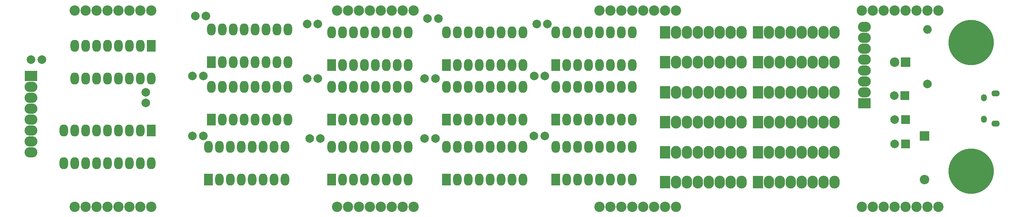
<source format=gbs>
G04 #@! TF.GenerationSoftware,KiCad,Pcbnew,no-vcs-found-9992a07~58~ubuntu16.04.1*
G04 #@! TF.CreationDate,2017-04-23T16:15:32+03:00*
G04 #@! TF.ProjectId,ND-01,4E442D30312E6B696361645F70636200,rev?*
G04 #@! TF.FileFunction,Soldermask,Bot*
G04 #@! TF.FilePolarity,Negative*
%FSLAX46Y46*%
G04 Gerber Fmt 4.6, Leading zero omitted, Abs format (unit mm)*
G04 Created by KiCad (PCBNEW no-vcs-found-9992a07~58~ubuntu16.04.1) date Sun Apr 23 16:15:32 2017*
%MOMM*%
%LPD*%
G01*
G04 APERTURE LIST*
%ADD10C,0.100000*%
%ADD11O,2.000000X2.800000*%
%ADD12R,2.000000X2.800000*%
%ADD13C,10.560000*%
%ADD14R,2.200000X2.200000*%
%ADD15C,2.200000*%
%ADD16C,2.400000*%
%ADD17R,2.000000X2.000000*%
%ADD18C,2.000000*%
%ADD19O,2.400000X3.000000*%
%ADD20R,2.400000X3.000000*%
%ADD21R,3.000000X2.400000*%
%ADD22O,3.000000X2.400000*%
%ADD23O,2.200000X2.200000*%
%ADD24O,2.000000X2.000000*%
%ADD25O,1.950000X1.400000*%
%ADD26O,1.350000X1.650000*%
G04 APERTURE END LIST*
D10*
D11*
X161925000Y-91440000D03*
X179705000Y-99060000D03*
X164465000Y-91440000D03*
X177165000Y-99060000D03*
X167005000Y-91440000D03*
X174625000Y-99060000D03*
X169545000Y-91440000D03*
X172085000Y-99060000D03*
X172085000Y-91440000D03*
X169545000Y-99060000D03*
X174625000Y-91440000D03*
X167005000Y-99060000D03*
X177165000Y-91440000D03*
X164465000Y-99060000D03*
X179705000Y-91440000D03*
D12*
X161925000Y-99060000D03*
D11*
X161925000Y-105410000D03*
X179705000Y-113030000D03*
X164465000Y-105410000D03*
X177165000Y-113030000D03*
X167005000Y-105410000D03*
X174625000Y-113030000D03*
X169545000Y-105410000D03*
X172085000Y-113030000D03*
X172085000Y-105410000D03*
X169545000Y-113030000D03*
X174625000Y-105410000D03*
X167005000Y-113030000D03*
X177165000Y-105410000D03*
X164465000Y-113030000D03*
X179705000Y-105410000D03*
D12*
X161925000Y-113030000D03*
D13*
X258445000Y-111125000D03*
X258445000Y-81155000D03*
D12*
X109855000Y-99060000D03*
D11*
X127635000Y-91440000D03*
X112395000Y-99060000D03*
X125095000Y-91440000D03*
X114935000Y-99060000D03*
X122555000Y-91440000D03*
X117475000Y-99060000D03*
X120015000Y-91440000D03*
X120015000Y-99060000D03*
X117475000Y-91440000D03*
X122555000Y-99060000D03*
X114935000Y-91440000D03*
X125095000Y-99060000D03*
X112395000Y-91440000D03*
X127635000Y-99060000D03*
X109855000Y-91440000D03*
D12*
X67945000Y-81915000D03*
D11*
X50165000Y-89535000D03*
X65405000Y-81915000D03*
X52705000Y-89535000D03*
X62865000Y-81915000D03*
X55245000Y-89535000D03*
X60325000Y-81915000D03*
X57785000Y-89535000D03*
X57785000Y-81915000D03*
X60325000Y-89535000D03*
X55245000Y-81915000D03*
X62865000Y-89535000D03*
X52705000Y-81915000D03*
X65405000Y-89535000D03*
X50165000Y-81915000D03*
X67945000Y-89535000D03*
D12*
X136525000Y-113030000D03*
D11*
X154305000Y-105410000D03*
X139065000Y-113030000D03*
X151765000Y-105410000D03*
X141605000Y-113030000D03*
X149225000Y-105410000D03*
X144145000Y-113030000D03*
X146685000Y-105410000D03*
X146685000Y-113030000D03*
X144145000Y-105410000D03*
X149225000Y-113030000D03*
X141605000Y-105410000D03*
X151765000Y-113030000D03*
X139065000Y-105410000D03*
X154305000Y-113030000D03*
X136525000Y-105410000D03*
D12*
X161925000Y-86360000D03*
D11*
X179705000Y-78740000D03*
X164465000Y-86360000D03*
X177165000Y-78740000D03*
X167005000Y-86360000D03*
X174625000Y-78740000D03*
X169545000Y-86360000D03*
X172085000Y-78740000D03*
X172085000Y-86360000D03*
X169545000Y-78740000D03*
X174625000Y-86360000D03*
X167005000Y-78740000D03*
X177165000Y-86360000D03*
X164465000Y-78740000D03*
X179705000Y-86360000D03*
X161925000Y-78740000D03*
D12*
X136525000Y-86360000D03*
D11*
X154305000Y-78740000D03*
X139065000Y-86360000D03*
X151765000Y-78740000D03*
X141605000Y-86360000D03*
X149225000Y-78740000D03*
X144145000Y-86360000D03*
X146685000Y-78740000D03*
X146685000Y-86360000D03*
X144145000Y-78740000D03*
X149225000Y-86360000D03*
X141605000Y-78740000D03*
X151765000Y-86360000D03*
X139065000Y-78740000D03*
X154305000Y-86360000D03*
X136525000Y-78740000D03*
D14*
X243205000Y-85725000D03*
D15*
X240665000Y-85725000D03*
D16*
X50165000Y-119380000D03*
X52705000Y-119380000D03*
X55245000Y-119380000D03*
X57785000Y-119380000D03*
X60325000Y-119380000D03*
X62865000Y-119380000D03*
X65405000Y-119380000D03*
X67945000Y-119380000D03*
X67945000Y-73660000D03*
X65405000Y-73660000D03*
X62865000Y-73660000D03*
X60325000Y-73660000D03*
X57785000Y-73660000D03*
X55245000Y-73660000D03*
X52705000Y-73660000D03*
X50165000Y-73660000D03*
X123825000Y-73660000D03*
X128905000Y-73660000D03*
X111125000Y-73660000D03*
X116205000Y-73660000D03*
X121285000Y-73660000D03*
X126365000Y-73660000D03*
X118745000Y-73660000D03*
X113665000Y-73660000D03*
X116205000Y-119380000D03*
X111125000Y-119380000D03*
X113665000Y-119380000D03*
X128905000Y-119380000D03*
X121285000Y-119380000D03*
X118745000Y-119380000D03*
X126365000Y-119380000D03*
X123825000Y-119380000D03*
X174625000Y-73660000D03*
X172085000Y-73660000D03*
X182245000Y-73660000D03*
X179705000Y-73660000D03*
X184785000Y-73660000D03*
X187325000Y-73660000D03*
X189865000Y-73660000D03*
X177165000Y-73660000D03*
X182245000Y-119380000D03*
X189865000Y-119380000D03*
X179705000Y-119380000D03*
X184785000Y-119380000D03*
X177165000Y-119380000D03*
X172085000Y-119380000D03*
X187325000Y-119380000D03*
X174625000Y-119380000D03*
X245745000Y-73660000D03*
X235585000Y-73660000D03*
X238125000Y-73660000D03*
X248285000Y-73660000D03*
X233045000Y-73660000D03*
X250825000Y-73660000D03*
X243205000Y-73660000D03*
X240665000Y-73660000D03*
X240665000Y-119380000D03*
X250825000Y-119380000D03*
X245745000Y-119380000D03*
X238125000Y-119380000D03*
X233045000Y-119380000D03*
X235585000Y-119380000D03*
X248285000Y-119380000D03*
X243205000Y-119380000D03*
D17*
X243205000Y-99060000D03*
D18*
X240705000Y-99060000D03*
X240578000Y-93472000D03*
D17*
X243078000Y-93472000D03*
X243205000Y-104775000D03*
D18*
X240705000Y-104775000D03*
X107275000Y-103505000D03*
X104775000Y-103505000D03*
X157520000Y-76835000D03*
X160020000Y-76835000D03*
X77550000Y-102870000D03*
X80050000Y-102870000D03*
X77550000Y-88900000D03*
X80050000Y-88900000D03*
X106680000Y-76835000D03*
X104180000Y-76835000D03*
X66675000Y-92710000D03*
X66675000Y-95210000D03*
X134660000Y-75565000D03*
X132160000Y-75565000D03*
X156885000Y-102870000D03*
X159385000Y-102870000D03*
X133985000Y-89535000D03*
X131485000Y-89535000D03*
X131485000Y-103505000D03*
X133985000Y-103505000D03*
X40045000Y-85090000D03*
X42545000Y-85090000D03*
X156925000Y-88900000D03*
X159425000Y-88900000D03*
X80685000Y-74930000D03*
X78185000Y-74930000D03*
X106680000Y-89535000D03*
X104180000Y-89535000D03*
D19*
X205105000Y-92710000D03*
X202565000Y-92710000D03*
X200025000Y-92710000D03*
X197485000Y-92710000D03*
X194945000Y-92710000D03*
X192405000Y-92710000D03*
X189865000Y-92710000D03*
D20*
X187325000Y-92710000D03*
D19*
X226695000Y-106680000D03*
X224155000Y-106680000D03*
X221615000Y-106680000D03*
X219075000Y-106680000D03*
X216535000Y-106680000D03*
X213995000Y-106680000D03*
X211455000Y-106680000D03*
D20*
X208915000Y-106680000D03*
D19*
X226695000Y-113665000D03*
X224155000Y-113665000D03*
X221615000Y-113665000D03*
X219075000Y-113665000D03*
X216535000Y-113665000D03*
X213995000Y-113665000D03*
X211455000Y-113665000D03*
D20*
X208915000Y-113665000D03*
D21*
X40005000Y-88900000D03*
D22*
X40005000Y-91440000D03*
X40005000Y-93980000D03*
X40005000Y-96520000D03*
X40005000Y-99060000D03*
X40005000Y-101600000D03*
X40005000Y-104140000D03*
X40005000Y-106680000D03*
X233680000Y-77470000D03*
X233680000Y-80010000D03*
X233680000Y-82550000D03*
X233680000Y-85090000D03*
X233680000Y-87630000D03*
X233680000Y-90170000D03*
X233680000Y-92710000D03*
D21*
X233680000Y-95250000D03*
D20*
X187325000Y-78740000D03*
D19*
X189865000Y-78740000D03*
X192405000Y-78740000D03*
X194945000Y-78740000D03*
X197485000Y-78740000D03*
X200025000Y-78740000D03*
X202565000Y-78740000D03*
X205105000Y-78740000D03*
X205105000Y-85725000D03*
X202565000Y-85725000D03*
X200025000Y-85725000D03*
X197485000Y-85725000D03*
X194945000Y-85725000D03*
X192405000Y-85725000D03*
X189865000Y-85725000D03*
D20*
X187325000Y-85725000D03*
D19*
X205105000Y-99695000D03*
X202565000Y-99695000D03*
X200025000Y-99695000D03*
X197485000Y-99695000D03*
X194945000Y-99695000D03*
X192405000Y-99695000D03*
X189865000Y-99695000D03*
D20*
X187325000Y-99695000D03*
X187325000Y-106680000D03*
D19*
X189865000Y-106680000D03*
X192405000Y-106680000D03*
X194945000Y-106680000D03*
X197485000Y-106680000D03*
X200025000Y-106680000D03*
X202565000Y-106680000D03*
X205105000Y-106680000D03*
X205105000Y-113665000D03*
X202565000Y-113665000D03*
X200025000Y-113665000D03*
X197485000Y-113665000D03*
X194945000Y-113665000D03*
X192405000Y-113665000D03*
X189865000Y-113665000D03*
D20*
X187325000Y-113665000D03*
X208915000Y-78740000D03*
D19*
X211455000Y-78740000D03*
X213995000Y-78740000D03*
X216535000Y-78740000D03*
X219075000Y-78740000D03*
X221615000Y-78740000D03*
X224155000Y-78740000D03*
X226695000Y-78740000D03*
X226695000Y-85725000D03*
X224155000Y-85725000D03*
X221615000Y-85725000D03*
X219075000Y-85725000D03*
X216535000Y-85725000D03*
X213995000Y-85725000D03*
X211455000Y-85725000D03*
D20*
X208915000Y-85725000D03*
X208915000Y-92710000D03*
D19*
X211455000Y-92710000D03*
X213995000Y-92710000D03*
X216535000Y-92710000D03*
X219075000Y-92710000D03*
X221615000Y-92710000D03*
X224155000Y-92710000D03*
X226695000Y-92710000D03*
D20*
X208915000Y-99695000D03*
D19*
X211455000Y-99695000D03*
X213995000Y-99695000D03*
X216535000Y-99695000D03*
X219075000Y-99695000D03*
X221615000Y-99695000D03*
X224155000Y-99695000D03*
X226695000Y-99695000D03*
D23*
X247650000Y-113030000D03*
D14*
X247650000Y-102870000D03*
D11*
X136525000Y-91440000D03*
X154305000Y-99060000D03*
X139065000Y-91440000D03*
X151765000Y-99060000D03*
X141605000Y-91440000D03*
X149225000Y-99060000D03*
X144145000Y-91440000D03*
X146685000Y-99060000D03*
X146685000Y-91440000D03*
X144145000Y-99060000D03*
X149225000Y-91440000D03*
X141605000Y-99060000D03*
X151765000Y-91440000D03*
X139065000Y-99060000D03*
X154305000Y-91440000D03*
D12*
X136525000Y-99060000D03*
D11*
X109855000Y-105410000D03*
X127635000Y-113030000D03*
X112395000Y-105410000D03*
X125095000Y-113030000D03*
X114935000Y-105410000D03*
X122555000Y-113030000D03*
X117475000Y-105410000D03*
X120015000Y-113030000D03*
X120015000Y-105410000D03*
X117475000Y-113030000D03*
X122555000Y-105410000D03*
X114935000Y-113030000D03*
X125095000Y-105410000D03*
X112395000Y-113030000D03*
X127635000Y-105410000D03*
D12*
X109855000Y-113030000D03*
D11*
X109855000Y-78740000D03*
X127635000Y-86360000D03*
X112395000Y-78740000D03*
X125095000Y-86360000D03*
X114935000Y-78740000D03*
X122555000Y-86360000D03*
X117475000Y-78740000D03*
X120015000Y-86360000D03*
X120015000Y-78740000D03*
X117475000Y-86360000D03*
X122555000Y-78740000D03*
X114935000Y-86360000D03*
X125095000Y-78740000D03*
X112395000Y-86360000D03*
X127635000Y-78740000D03*
D12*
X109855000Y-86360000D03*
D11*
X81915000Y-91440000D03*
X99695000Y-99060000D03*
X84455000Y-91440000D03*
X97155000Y-99060000D03*
X86995000Y-91440000D03*
X94615000Y-99060000D03*
X89535000Y-91440000D03*
X92075000Y-99060000D03*
X92075000Y-91440000D03*
X89535000Y-99060000D03*
X94615000Y-91440000D03*
X86995000Y-99060000D03*
X97155000Y-91440000D03*
X84455000Y-99060000D03*
X99695000Y-91440000D03*
D12*
X81915000Y-99060000D03*
X81280000Y-113030000D03*
D11*
X99060000Y-105410000D03*
X83820000Y-113030000D03*
X96520000Y-105410000D03*
X86360000Y-113030000D03*
X93980000Y-105410000D03*
X88900000Y-113030000D03*
X91440000Y-105410000D03*
X91440000Y-113030000D03*
X88900000Y-105410000D03*
X93980000Y-113030000D03*
X86360000Y-105410000D03*
X96520000Y-113030000D03*
X83820000Y-105410000D03*
X99060000Y-113030000D03*
X81280000Y-105410000D03*
D12*
X81915000Y-85725000D03*
D11*
X99695000Y-78105000D03*
X84455000Y-85725000D03*
X97155000Y-78105000D03*
X86995000Y-85725000D03*
X94615000Y-78105000D03*
X89535000Y-85725000D03*
X92075000Y-78105000D03*
X92075000Y-85725000D03*
X89535000Y-78105000D03*
X94615000Y-85725000D03*
X86995000Y-78105000D03*
X97155000Y-85725000D03*
X84455000Y-78105000D03*
X99695000Y-85725000D03*
X81915000Y-78105000D03*
D12*
X67945000Y-101600000D03*
D11*
X47625000Y-109220000D03*
X65405000Y-101600000D03*
X50165000Y-109220000D03*
X62865000Y-101600000D03*
X52705000Y-109220000D03*
X60325000Y-101600000D03*
X55245000Y-109220000D03*
X57785000Y-101600000D03*
X57785000Y-109220000D03*
X55245000Y-101600000D03*
X60325000Y-109220000D03*
X52705000Y-101600000D03*
X62865000Y-109220000D03*
X50165000Y-101600000D03*
X65405000Y-109220000D03*
X47625000Y-101600000D03*
X67945000Y-109220000D03*
D18*
X248285000Y-90805000D03*
D24*
X248285000Y-78105000D03*
D25*
X264160000Y-93020000D03*
X264160000Y-100020000D03*
D26*
X261460000Y-94020000D03*
X261460000Y-99020000D03*
M02*

</source>
